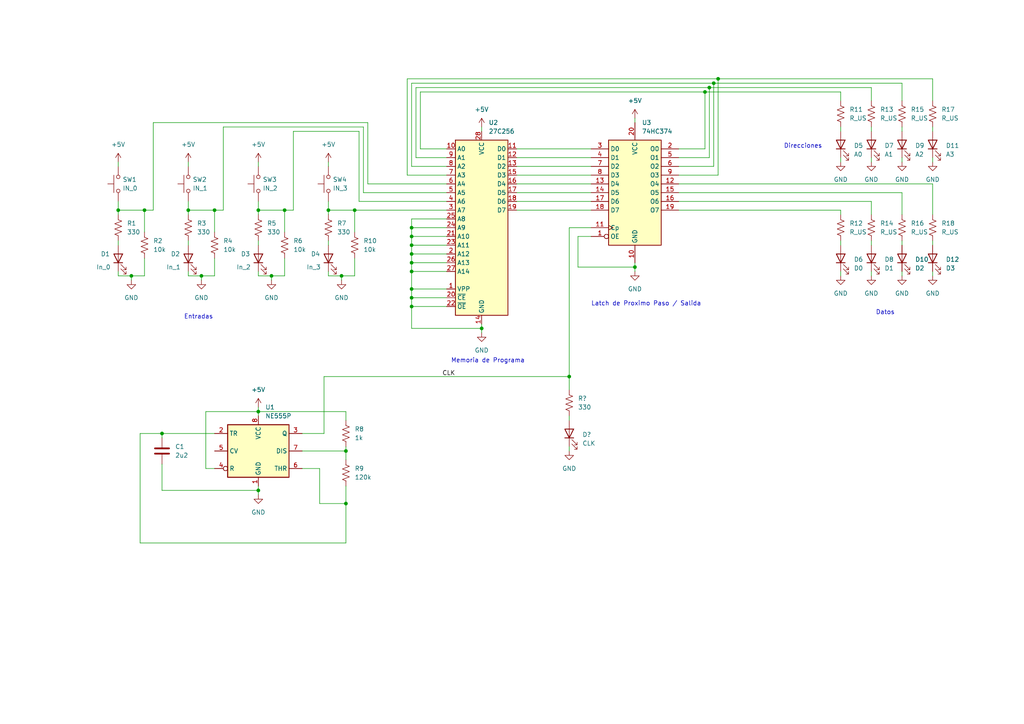
<source format=kicad_sch>
(kicad_sch (version 20211123) (generator eeschema)
  (paper "A4")
  (lib_symbols
    (symbol "74xx:74HC374"
      (property "Reference" "U" (at -7.62 16.51 0))
      (property "Value" "74HC374" (at -7.62 -16.51 0))
      (symbol "74HC374_1_0"
        (pin input inverted (at -12.7 -12.7 0) (length 5.08) (name "OE") (number "1"))
        (pin power_in line (at 0 -20.32 90) (length 5.08) (name "GND") (number "10"))
        (pin input clock (at -12.7 -10.16 0) (length 5.08) (name "Cp") (number "11"))
        (pin tri_state line (at 12.7 2.54 180) (length 5.08) (name "O4") (number "12"))
        (pin input line (at -12.7 2.54 0) (length 5.08) (name "D4") (number "13"))
        (pin input line (at -12.7 0 0) (length 5.08) (name "D5") (number "14"))
        (pin tri_state line (at 12.7 0 180) (length 5.08) (name "O5") (number "15"))
        (pin tri_state line (at 12.7 -2.54 180) (length 5.08) (name "O6") (number "16"))
        (pin input line (at -12.7 -2.54 0) (length 5.08) (name "D6") (number "17"))
        (pin input line (at -12.7 -5.08 0) (length 5.08) (name "D7") (number "18"))
        (pin tri_state line (at 12.7 -5.08 180) (length 5.08) (name "O7") (number "19"))
        (pin tri_state line (at 12.7 12.7 180) (length 5.08) (name "O0") (number "2"))
        (pin power_in line (at 0 20.32 270) (length 5.08) (name "VCC") (number "20"))
        (pin input line (at -12.7 12.7 0) (length 5.08) (name "D0") (number "3"))
        (pin input line (at -12.7 10.16 0) (length 5.08) (name "D1") (number "4"))
        (pin tri_state line (at 12.7 10.16 180) (length 5.08) (name "O1") (number "5"))
        (pin tri_state line (at 12.7 7.62 180) (length 5.08) (name "O2") (number "6"))
        (pin input line (at -12.7 7.62 0) (length 5.08) (name "D2") (number "7"))
        (pin input line (at -12.7 5.08 0) (length 5.08) (name "D3") (number "8"))
        (pin tri_state line (at 12.7 5.08 180) (length 5.08) (name "O3") (number "9"))
      )
      (symbol "74HC374_1_1"
        (rectangle (start -7.62 15.24) (end 7.62 -15.24) (stroke (width 0.254)) (fill (type background)))
      )
    )
    (symbol "Device:C" (pin_numbers hide) (pin_names (offset 0.254))
      (property "Reference" "C" (at 0.635 2.54 0))
      (property "Value" "C" (at 0.635 -2.54 0))
      (symbol "C_0_1"
        (polyline (pts (xy -2.032 -0.762) (xy 2.032 -0.762)) (stroke (width 0.508)))
        (polyline (pts (xy -2.032 0.762) (xy 2.032 0.762)) (stroke (width 0.508)))
      )
      (symbol "C_1_1"
        (pin passive line (at 0 3.81 270) (length 2.794) (name "~") (number "1"))
        (pin passive line (at 0 -3.81 90) (length 2.794) (name "~") (number "2"))
      )
    )
    (symbol "Device:LED" (pin_numbers hide) (pin_names (offset 1.016) hide)
      (property "Reference" "D" (at 0 2.54 0))
      (property "Value" "LED" (at 0 -2.54 0))
      (symbol "LED_0_1"
        (polyline (pts (xy -1.27 -1.27) (xy -1.27 1.27)) (stroke (width 0.254)))
        (polyline (pts (xy -1.27 0) (xy 1.27 0)))
        (polyline (pts (xy 1.27 -1.27) (xy 1.27 1.27) (xy -1.27 0) (xy 1.27 -1.27)) (stroke (width 0.254)))
        (polyline (pts (xy -3.048 -0.762) (xy -4.572 -2.286) (xy -3.81 -2.286) (xy -4.572 -2.286) (xy -4.572 -1.524)))
        (polyline (pts (xy -1.778 -0.762) (xy -3.302 -2.286) (xy -2.54 -2.286) (xy -3.302 -2.286) (xy -3.302 -1.524)))
      )
      (symbol "LED_1_1"
        (pin passive line (at -3.81 0 0) (length 2.54) (name "K") (number "1"))
        (pin passive line (at 3.81 0 180) (length 2.54) (name "A") (number "2"))
      )
    )
    (symbol "Device:R_US" (pin_numbers hide) (pin_names (offset 0))
      (property "Reference" "R" (at 2.54 0 90))
      (property "Value" "R_US" (at -2.54 0 90))
      (symbol "R_US_0_1"
        (polyline (pts (xy 0 -2.286) (xy 0 -2.54)))
        (polyline (pts (xy 0 2.286) (xy 0 2.54)))
        (polyline (pts (xy 0 -0.762) (xy 1.016 -1.143) (xy 0 -1.524) (xy -1.016 -1.905) (xy 0 -2.286)))
        (polyline (pts (xy 0 0.762) (xy 1.016 0.381) (xy 0 0) (xy -1.016 -0.381) (xy 0 -0.762)))
        (polyline (pts (xy 0 2.286) (xy 1.016 1.905) (xy 0 1.524) (xy -1.016 1.143) (xy 0 0.762)))
      )
      (symbol "R_US_1_1"
        (pin passive line (at 0 3.81 270) (length 1.27) (name "~") (number "1"))
        (pin passive line (at 0 -3.81 90) (length 1.27) (name "~") (number "2"))
      )
    )
    (symbol "Memory_EPROM:27C256"
      (property "Reference" "U" (at -7.62 26.67 0))
      (property "Value" "27C256" (at 2.54 -26.67 0))
      (symbol "27C256_1_1"
        (rectangle (start -7.62 25.4) (end 7.62 -25.4) (stroke (width 0.254)) (fill (type background)))
        (pin input line (at -10.16 -17.78 0) (length 2.54) (name "VPP") (number "1"))
        (pin input line (at -10.16 22.86 0) (length 2.54) (name "A0") (number "10"))
        (pin tri_state line (at 10.16 22.86 180) (length 2.54) (name "D0") (number "11"))
        (pin tri_state line (at 10.16 20.32 180) (length 2.54) (name "D1") (number "12"))
        (pin tri_state line (at 10.16 17.78 180) (length 2.54) (name "D2") (number "13"))
        (pin power_in line (at 0 -27.94 90) (length 2.54) (name "GND") (number "14"))
        (pin tri_state line (at 10.16 15.24 180) (length 2.54) (name "D3") (number "15"))
        (pin tri_state line (at 10.16 12.7 180) (length 2.54) (name "D4") (number "16"))
        (pin tri_state line (at 10.16 10.16 180) (length 2.54) (name "D5") (number "17"))
        (pin tri_state line (at 10.16 7.62 180) (length 2.54) (name "D6") (number "18"))
        (pin tri_state line (at 10.16 5.08 180) (length 2.54) (name "D7") (number "19"))
        (pin input line (at -10.16 -7.62 0) (length 2.54) (name "A12") (number "2"))
        (pin input line (at -10.16 -20.32 0) (length 2.54) (name "~{CE}") (number "20"))
        (pin input line (at -10.16 -2.54 0) (length 2.54) (name "A10") (number "21"))
        (pin input line (at -10.16 -22.86 0) (length 2.54) (name "~{OE}") (number "22"))
        (pin input line (at -10.16 -5.08 0) (length 2.54) (name "A11") (number "23"))
        (pin input line (at -10.16 0 0) (length 2.54) (name "A9") (number "24"))
        (pin input line (at -10.16 2.54 0) (length 2.54) (name "A8") (number "25"))
        (pin input line (at -10.16 -10.16 0) (length 2.54) (name "A13") (number "26"))
        (pin input line (at -10.16 -12.7 0) (length 2.54) (name "A14") (number "27"))
        (pin power_in line (at 0 27.94 270) (length 2.54) (name "VCC") (number "28"))
        (pin input line (at -10.16 5.08 0) (length 2.54) (name "A7") (number "3"))
        (pin input line (at -10.16 7.62 0) (length 2.54) (name "A6") (number "4"))
        (pin input line (at -10.16 10.16 0) (length 2.54) (name "A5") (number "5"))
        (pin input line (at -10.16 12.7 0) (length 2.54) (name "A4") (number "6"))
        (pin input line (at -10.16 15.24 0) (length 2.54) (name "A3") (number "7"))
        (pin input line (at -10.16 17.78 0) (length 2.54) (name "A2") (number "8"))
        (pin input line (at -10.16 20.32 0) (length 2.54) (name "A1") (number "9"))
      )
    )
    (symbol "Switch:SW_Push" (pin_numbers hide) (pin_names (offset 1.016) hide)
      (property "Reference" "SW" (at 1.27 2.54 0))
      (property "Value" "SW_Push" (at 0 -1.524 0))
      (symbol "SW_Push_0_1"
        (circle (center -2.032 0) (radius 0.508))
        (polyline (pts (xy 0 1.27) (xy 0 3.048)))
        (polyline (pts (xy 2.54 1.27) (xy -2.54 1.27)))
        (circle (center 2.032 0) (radius 0.508))
        (pin passive line (at -5.08 0 0) (length 2.54) (name "1") (number "1"))
        (pin passive line (at 5.08 0 180) (length 2.54) (name "2") (number "2"))
      )
    )
    (symbol "Timer:NE555P"
      (property "Reference" "U" (at -10.16 8.89 0))
      (property "Value" "NE555P" (at 2.54 8.89 0))
      (symbol "NE555P_0_0"
        (pin power_in line (at 0 -10.16 90) (length 2.54) (name "GND") (number "1"))
        (pin power_in line (at 0 10.16 270) (length 2.54) (name "VCC") (number "8"))
      )
      (symbol "NE555P_0_1"
        (rectangle (start -8.89 -7.62) (end 8.89 7.62) (stroke (width 0.254)) (fill (type background)))
        (rectangle (start -8.89 -7.62) (end 8.89 7.62) (stroke (width 0.254)) (fill (type background)))
      )
      (symbol "NE555P_1_1"
        (pin input line (at -12.7 5.08 0) (length 3.81) (name "TR") (number "2"))
        (pin output line (at 12.7 5.08 180) (length 3.81) (name "Q") (number "3"))
        (pin input inverted (at -12.7 -5.08 0) (length 3.81) (name "R") (number "4"))
        (pin input line (at -12.7 0 0) (length 3.81) (name "CV") (number "5"))
        (pin input line (at 12.7 -5.08 180) (length 3.81) (name "THR") (number "6"))
        (pin input line (at 12.7 0 180) (length 3.81) (name "DIS") (number "7"))
      )
    )
    (symbol "power:+5V" (power) (pin_names (offset 0))
      (property "Value" "+5V" (at 0 3.556 0))
      (symbol "+5V_0_1"
        (polyline (pts (xy -0.762 1.27) (xy 0 2.54)))
        (polyline (pts (xy 0 0) (xy 0 2.54)))
        (polyline (pts (xy 0 2.54) (xy 0.762 1.27)))
      )
      (symbol "+5V_1_1"
        (pin power_in line (at 0 0 90) (length 0) hide (name "+5V") (number "1"))
      )
    )
    (symbol "power:GND" (power) (pin_names (offset 0))
      (property "Value" "GND" (at 0 -3.81 0))
      (symbol "GND_0_1"
        (polyline (pts (xy 0 0) (xy 0 -1.27) (xy 1.27 -1.27) (xy 0 -2.54) (xy -1.27 -1.27) (xy 0 -1.27)))
      )
      (symbol "GND_1_1"
        (pin power_in line (at 0 0 270) (length 0) hide (name "GND") (number "1"))
      )
    )
  )
  (junction (at 204.47 26.67))
  (junction (at 34.29 60.96))
  (junction (at 74.93 142.24))
  (junction (at 38.1 80.01))
  (junction (at 119.38 66.04))
  (junction (at 46.99 125.73))
  (junction (at 119.38 76.2))
  (junction (at 62.23 60.96))
  (junction (at 119.38 78.74))
  (junction (at 54.61 60.96))
  (junction (at 119.38 68.58))
  (junction (at 205.74 25.4))
  (junction (at 41.91 60.96))
  (junction (at 58.42 80.01))
  (junction (at 78.74 80.01))
  (junction (at 119.38 83.82))
  (junction (at 184.15 77.47))
  (junction (at 100.33 130.81))
  (junction (at 74.93 119.38))
  (junction (at 119.38 86.36))
  (junction (at 207.01 24.13))
  (junction (at 82.55 60.96))
  (junction (at 119.38 73.66))
  (junction (at 119.38 71.12))
  (junction (at 102.87 60.96))
  (junction (at 165.1 109.22))
  (junction (at 74.93 60.96))
  (junction (at 99.06 80.01))
  (junction (at 139.7 95.25))
  (junction (at 119.38 88.9))
  (junction (at 100.33 146.05))
  (junction (at 208.28 22.86))
  (junction (at 95.25 60.96))
  (wire (pts (xy 205.74 25.4) (xy 252.73 25.4)))
  (wire (pts (xy 104.14 58.42) (xy 129.54 58.42)))
  (wire (pts (xy 118.11 22.86) (xy 118.11 50.8)))
  (wire (pts (xy 54.61 62.23) (xy 54.61 60.96)))
  (wire (pts (xy 104.14 38.1) (xy 85.09 38.1)))
  (wire (pts (xy 270.51 69.85) (xy 270.51 71.12)))
  (wire (pts (xy 167.64 77.47) (xy 167.64 68.58)))
  (wire (pts (xy 78.74 80.01) (xy 78.74 81.28)))
  (wire (pts (xy 34.29 58.42) (xy 34.29 60.96)))
  (wire (pts (xy 270.51 45.72) (xy 270.51 46.99)))
  (wire (pts (xy 106.68 53.34) (xy 106.68 35.56)))
  (wire (pts (xy 74.93 142.24) (xy 46.99 142.24)))
  (wire (pts (xy 74.93 46.99) (xy 74.93 48.26)))
  (wire (pts (xy 119.38 66.04) (xy 119.38 68.58)))
  (wire (pts (xy 105.41 36.83) (xy 64.77 36.83)))
  (wire (pts (xy 87.63 125.73) (xy 93.98 125.73)))
  (wire (pts (xy 120.65 25.4) (xy 120.65 45.72)))
  (wire (pts (xy 105.41 55.88) (xy 105.41 36.83)))
  (wire (pts (xy 165.1 129.54) (xy 165.1 130.81)))
  (wire (pts (xy 184.15 34.29) (xy 184.15 35.56)))
  (wire (pts (xy 149.86 55.88) (xy 171.45 55.88)))
  (wire (pts (xy 208.28 22.86) (xy 118.11 22.86)))
  (wire (pts (xy 95.25 62.23) (xy 95.25 60.96)))
  (wire (pts (xy 165.1 120.65) (xy 165.1 121.92)))
  (wire (pts (xy 62.23 60.96) (xy 64.77 60.96)))
  (wire (pts (xy 85.09 38.1) (xy 85.09 60.96)))
  (wire (pts (xy 149.86 50.8) (xy 171.45 50.8)))
  (wire (pts (xy 149.86 48.26) (xy 171.45 48.26)))
  (wire (pts (xy 100.33 146.05) (xy 100.33 140.97)))
  (wire (pts (xy 196.85 58.42) (xy 252.73 58.42)))
  (wire (pts (xy 261.62 69.85) (xy 261.62 71.12)))
  (wire (pts (xy 261.62 55.88) (xy 261.62 62.23)))
  (wire (pts (xy 54.61 58.42) (xy 54.61 60.96)))
  (wire (pts (xy 95.25 58.42) (xy 95.25 60.96)))
  (wire (pts (xy 149.86 58.42) (xy 171.45 58.42)))
  (wire (pts (xy 196.85 45.72) (xy 205.74 45.72)))
  (wire (pts (xy 261.62 24.13) (xy 261.62 29.21)))
  (wire (pts (xy 74.93 69.85) (xy 74.93 71.12)))
  (wire (pts (xy 165.1 109.22) (xy 93.98 109.22)))
  (wire (pts (xy 204.47 43.18) (xy 196.85 43.18)))
  (wire (pts (xy 243.84 60.96) (xy 243.84 62.23)))
  (wire (pts (xy 62.23 125.73) (xy 46.99 125.73)))
  (wire (pts (xy 118.11 50.8) (xy 129.54 50.8)))
  (wire (pts (xy 74.93 142.24) (xy 74.93 143.51)))
  (wire (pts (xy 58.42 80.01) (xy 62.23 80.01)))
  (wire (pts (xy 196.85 55.88) (xy 261.62 55.88)))
  (wire (pts (xy 54.61 69.85) (xy 54.61 71.12)))
  (wire (pts (xy 184.15 76.2) (xy 184.15 77.47)))
  (wire (pts (xy 54.61 60.96) (xy 62.23 60.96)))
  (wire (pts (xy 119.38 68.58) (xy 119.38 71.12)))
  (wire (pts (xy 40.64 125.73) (xy 40.64 157.48)))
  (wire (pts (xy 119.38 86.36) (xy 119.38 88.9)))
  (wire (pts (xy 87.63 135.89) (xy 92.71 135.89)))
  (wire (pts (xy 92.71 146.05) (xy 100.33 146.05)))
  (wire (pts (xy 102.87 60.96) (xy 129.54 60.96)))
  (wire (pts (xy 58.42 80.01) (xy 58.42 81.28)))
  (wire (pts (xy 99.06 80.01) (xy 99.06 81.28)))
  (wire (pts (xy 38.1 80.01) (xy 38.1 81.28)))
  (wire (pts (xy 93.98 109.22) (xy 93.98 125.73)))
  (wire (pts (xy 252.73 78.74) (xy 252.73 80.01)))
  (wire (pts (xy 74.93 78.74) (xy 74.93 80.01)))
  (wire (pts (xy 208.28 50.8) (xy 208.28 22.86)))
  (wire (pts (xy 252.73 58.42) (xy 252.73 62.23)))
  (wire (pts (xy 139.7 36.83) (xy 139.7 38.1)))
  (wire (pts (xy 119.38 76.2) (xy 129.54 76.2)))
  (wire (pts (xy 252.73 69.85) (xy 252.73 71.12)))
  (wire (pts (xy 207.01 48.26) (xy 196.85 48.26)))
  (wire (pts (xy 243.84 69.85) (xy 243.84 71.12)))
  (wire (pts (xy 40.64 157.48) (xy 100.33 157.48)))
  (wire (pts (xy 149.86 53.34) (xy 171.45 53.34)))
  (wire (pts (xy 119.38 66.04) (xy 129.54 66.04)))
  (wire (pts (xy 119.38 68.58) (xy 129.54 68.58)))
  (wire (pts (xy 95.25 80.01) (xy 99.06 80.01)))
  (wire (pts (xy 149.86 43.18) (xy 171.45 43.18)))
  (wire (pts (xy 54.61 46.99) (xy 54.61 48.26)))
  (wire (pts (xy 119.38 78.74) (xy 129.54 78.74)))
  (wire (pts (xy 34.29 62.23) (xy 34.29 60.96)))
  (wire (pts (xy 119.38 24.13) (xy 207.01 24.13)))
  (wire (pts (xy 74.93 62.23) (xy 74.93 60.96)))
  (wire (pts (xy 139.7 93.98) (xy 139.7 95.25)))
  (wire (pts (xy 204.47 26.67) (xy 204.47 43.18)))
  (wire (pts (xy 38.1 80.01) (xy 41.91 80.01)))
  (wire (pts (xy 95.25 60.96) (xy 102.87 60.96)))
  (wire (pts (xy 105.41 55.88) (xy 129.54 55.88)))
  (wire (pts (xy 119.38 73.66) (xy 129.54 73.66)))
  (wire (pts (xy 129.54 83.82) (xy 119.38 83.82)))
  (wire (pts (xy 44.45 35.56) (xy 44.45 60.96)))
  (wire (pts (xy 165.1 109.22) (xy 165.1 113.03)))
  (wire (pts (xy 34.29 46.99) (xy 34.29 48.26)))
  (wire (pts (xy 207.01 24.13) (xy 207.01 48.26)))
  (wire (pts (xy 74.93 60.96) (xy 82.55 60.96)))
  (wire (pts (xy 270.51 53.34) (xy 270.51 62.23)))
  (wire (pts (xy 119.38 48.26) (xy 119.38 24.13)))
  (wire (pts (xy 121.92 43.18) (xy 121.92 26.67)))
  (wire (pts (xy 82.55 60.96) (xy 85.09 60.96)))
  (wire (pts (xy 34.29 69.85) (xy 34.29 71.12)))
  (wire (pts (xy 41.91 60.96) (xy 41.91 67.31)))
  (wire (pts (xy 87.63 130.81) (xy 100.33 130.81)))
  (wire (pts (xy 165.1 66.04) (xy 165.1 109.22)))
  (wire (pts (xy 129.54 63.5) (xy 119.38 63.5)))
  (wire (pts (xy 46.99 125.73) (xy 40.64 125.73)))
  (wire (pts (xy 99.06 80.01) (xy 102.87 80.01)))
  (wire (pts (xy 252.73 45.72) (xy 252.73 46.99)))
  (wire (pts (xy 129.54 48.26) (xy 119.38 48.26)))
  (wire (pts (xy 102.87 60.96) (xy 102.87 67.31)))
  (wire (pts (xy 46.99 125.73) (xy 46.99 127)))
  (wire (pts (xy 119.38 83.82) (xy 119.38 86.36)))
  (wire (pts (xy 100.33 157.48) (xy 100.33 146.05)))
  (wire (pts (xy 59.69 135.89) (xy 62.23 135.89)))
  (wire (pts (xy 46.99 142.24) (xy 46.99 134.62)))
  (wire (pts (xy 95.25 78.74) (xy 95.25 80.01)))
  (wire (pts (xy 95.25 69.85) (xy 95.25 71.12)))
  (wire (pts (xy 270.51 78.74) (xy 270.51 80.01)))
  (wire (pts (xy 243.84 78.74) (xy 243.84 80.01)))
  (wire (pts (xy 121.92 26.67) (xy 204.47 26.67)))
  (wire (pts (xy 119.38 63.5) (xy 119.38 66.04)))
  (wire (pts (xy 95.25 46.99) (xy 95.25 48.26)))
  (wire (pts (xy 54.61 78.74) (xy 54.61 80.01)))
  (wire (pts (xy 74.93 119.38) (xy 100.33 119.38)))
  (wire (pts (xy 167.64 68.58) (xy 171.45 68.58)))
  (wire (pts (xy 74.93 119.38) (xy 59.69 119.38)))
  (wire (pts (xy 104.14 58.42) (xy 104.14 38.1)))
  (wire (pts (xy 54.61 80.01) (xy 58.42 80.01)))
  (wire (pts (xy 196.85 53.34) (xy 270.51 53.34)))
  (wire (pts (xy 78.74 80.01) (xy 82.55 80.01)))
  (wire (pts (xy 243.84 36.83) (xy 243.84 38.1)))
  (wire (pts (xy 119.38 78.74) (xy 119.38 83.82)))
  (wire (pts (xy 252.73 36.83) (xy 252.73 38.1)))
  (wire (pts (xy 119.38 76.2) (xy 119.38 78.74)))
  (wire (pts (xy 171.45 66.04) (xy 165.1 66.04)))
  (wire (pts (xy 149.86 60.96) (xy 171.45 60.96)))
  (wire (pts (xy 74.93 80.01) (xy 78.74 80.01)))
  (wire (pts (xy 74.93 118.11) (xy 74.93 119.38)))
  (wire (pts (xy 208.28 22.86) (xy 270.51 22.86)))
  (wire (pts (xy 102.87 80.01) (xy 102.87 74.93)))
  (wire (pts (xy 196.85 60.96) (xy 243.84 60.96)))
  (wire (pts (xy 74.93 119.38) (xy 74.93 120.65)))
  (wire (pts (xy 34.29 80.01) (xy 38.1 80.01)))
  (wire (pts (xy 149.86 45.72) (xy 171.45 45.72)))
  (wire (pts (xy 59.69 119.38) (xy 59.69 135.89)))
  (wire (pts (xy 34.29 60.96) (xy 41.91 60.96)))
  (wire (pts (xy 62.23 80.01) (xy 62.23 74.93)))
  (wire (pts (xy 106.68 53.34) (xy 129.54 53.34)))
  (wire (pts (xy 139.7 95.25) (xy 139.7 96.52)))
  (wire (pts (xy 74.93 140.97) (xy 74.93 142.24)))
  (wire (pts (xy 120.65 45.72) (xy 129.54 45.72)))
  (wire (pts (xy 106.68 35.56) (xy 44.45 35.56)))
  (wire (pts (xy 139.7 95.25) (xy 119.38 95.25)))
  (wire (pts (xy 243.84 45.72) (xy 243.84 46.99)))
  (wire (pts (xy 119.38 71.12) (xy 129.54 71.12)))
  (wire (pts (xy 119.38 86.36) (xy 129.54 86.36)))
  (wire (pts (xy 82.55 60.96) (xy 82.55 67.31)))
  (wire (pts (xy 100.33 119.38) (xy 100.33 121.92)))
  (wire (pts (xy 261.62 78.74) (xy 261.62 80.01)))
  (wire (pts (xy 100.33 129.54) (xy 100.33 130.81)))
  (wire (pts (xy 205.74 45.72) (xy 205.74 25.4)))
  (wire (pts (xy 184.15 77.47) (xy 167.64 77.47)))
  (wire (pts (xy 82.55 80.01) (xy 82.55 74.93)))
  (wire (pts (xy 204.47 26.67) (xy 243.84 26.67)))
  (wire (pts (xy 92.71 135.89) (xy 92.71 146.05)))
  (wire (pts (xy 261.62 45.72) (xy 261.62 46.99)))
  (wire (pts (xy 119.38 88.9) (xy 129.54 88.9)))
  (wire (pts (xy 119.38 71.12) (xy 119.38 73.66)))
  (wire (pts (xy 205.74 25.4) (xy 120.65 25.4)))
  (wire (pts (xy 184.15 77.47) (xy 184.15 78.74)))
  (wire (pts (xy 196.85 50.8) (xy 208.28 50.8)))
  (wire (pts (xy 261.62 36.83) (xy 261.62 38.1)))
  (wire (pts (xy 100.33 130.81) (xy 100.33 133.35)))
  (wire (pts (xy 64.77 36.83) (xy 64.77 60.96)))
  (wire (pts (xy 129.54 43.18) (xy 121.92 43.18)))
  (wire (pts (xy 41.91 60.96) (xy 44.45 60.96)))
  (wire (pts (xy 207.01 24.13) (xy 261.62 24.13)))
  (wire (pts (xy 243.84 26.67) (xy 243.84 29.21)))
  (wire (pts (xy 270.51 22.86) (xy 270.51 29.21)))
  (wire (pts (xy 34.29 78.74) (xy 34.29 80.01)))
  (wire (pts (xy 252.73 25.4) (xy 252.73 29.21)))
  (wire (pts (xy 270.51 36.83) (xy 270.51 38.1)))
  (wire (pts (xy 119.38 95.25) (xy 119.38 88.9)))
  (wire (pts (xy 62.23 60.96) (xy 62.23 67.31)))
  (wire (pts (xy 41.91 80.01) (xy 41.91 74.93)))
  (wire (pts (xy 119.38 73.66) (xy 119.38 76.2)))
  (wire (pts (xy 74.93 58.42) (xy 74.93 60.96)))
  (text "Datos" (at 254 91.44 0) (effects (font (size 1.27 1.27)) (justify left bottom)))
  (text "Memoria de Programa" (at 130.81 105.41 0) (effects (font (size 1.27 1.27)) (justify left bottom)))
  (text "Latch de Proximo Paso / Salida" (at 171.45 88.9 0) (effects (font (size 1.27 1.27)) (justify left bottom)))
  (text "Direcciones" (at 227.33 43.18 0) (effects (font (size 1.27 1.27)) (justify left bottom)))
  (text "Entradas" (at 53.34 92.71 0) (effects (font (size 1.27 1.27)) (justify left bottom)))
  (label "CLK" (at 128.27 109.22 0))
  (symbol (lib_id "power:GND") (at 261.62 80.01 0) (unit 1)
    (property "Reference" "#PWR020" (effects hide))
    (property "Value" "GND" (at 261.62 85.09 0))
  )
  (symbol (lib_id "Device:R_US") (at 54.61 66.04 0) (unit 1)
    (property "Reference" "R3" (at 57.15 64.7699 0) (effects (justify left)))
    (property "Value" "330" (at 57.15 67.3099 0) (effects (justify left)))
  )
  (symbol (lib_id "power:+5V") (at 74.93 46.99 0) (unit 1)
    (property "Reference" "#PWR05" (effects hide))
    (property "Value" "+5V" (at 74.93 41.91 0))
  )
  (symbol (lib_id "power:+5V") (at 139.7 36.83 0) (unit 1)
    (property "Reference" "#PWR011" (effects hide))
    (property "Value" "+5V" (at 139.7 31.75 0))
  )
  (symbol (lib_id "Device:R_US") (at 165.1 116.84 180) (unit 1)
    (property "Reference" "R?" (at 167.64 115.5699 0) (effects (justify right)))
    (property "Value" "330" (at 167.64 118.1099 0) (effects (justify right)))
  )
  (symbol (lib_id "Device:LED") (at 34.29 74.93 90) (unit 1)
    (property "Reference" "D1" (at 29.21 73.66 90) (effects (justify right)))
    (property "Value" "In_0" (at 27.94 77.47 90) (effects (justify right)))
  )
  (symbol (lib_id "power:GND") (at 165.1 130.81 0) (unit 1)
    (property "Reference" "#PWR?" (effects hide))
    (property "Value" "GND" (at 165.1 135.89 0))
  )
  (symbol (lib_id "74xx:74HC374") (at 184.15 55.88 0) (unit 1)
    (property "Reference" "U3" (at 186.1694 35.56 0) (effects (justify left)))
    (property "Value" "74HC374" (at 186.1694 38.1 0) (effects (justify left)))
    (property "Datasheet" "https://www.ti.com/lit/ds/symlink/cd74hct374.pdf" (effects hide))
  )
  (symbol (lib_id "power:GND") (at 270.51 46.99 0) (unit 1)
    (property "Reference" "#PWR021" (effects hide))
    (property "Value" "GND" (at 270.51 52.07 0))
  )
  (symbol (lib_id "power:+5V") (at 74.93 118.11 0) (unit 1)
    (property "Reference" "#PWR06" (effects hide))
    (property "Value" "+5V" (at 74.93 113.03 0))
  )
  (symbol (lib_id "power:GND") (at 243.84 46.99 0) (unit 1)
    (property "Reference" "#PWR015" (effects hide))
    (property "Value" "GND" (at 243.84 52.07 0))
  )
  (symbol (lib_id "Device:LED") (at 54.61 74.93 90) (unit 1)
    (property "Reference" "D2" (at 49.53 73.66 90) (effects (justify right)))
    (property "Value" "In_1" (at 48.26 77.47 90) (effects (justify right)))
  )
  (symbol (lib_id "Device:LED") (at 243.84 74.93 90) (unit 1)
    (property "Reference" "D6" (at 247.65 75.2474 90) (effects (justify right)))
    (property "Value" "D0" (at 247.65 77.7874 90) (effects (justify right)))
  )
  (symbol (lib_id "Device:LED") (at 95.25 74.93 90) (unit 1)
    (property "Reference" "D4" (at 90.17 73.66 90) (effects (justify right)))
    (property "Value" "In_3" (at 88.9 77.47 90) (effects (justify right)))
  )
  (symbol (lib_id "power:GND") (at 99.06 81.28 0) (unit 1)
    (property "Reference" "#PWR010" (effects hide))
    (property "Value" "GND" (at 99.06 86.36 0))
  )
  (symbol (lib_id "power:+5V") (at 34.29 46.99 0) (unit 1)
    (property "Reference" "#PWR01" (effects hide))
    (property "Value" "+5V" (at 34.29 41.91 0))
  )
  (symbol (lib_id "power:+5V") (at 184.15 34.29 0) (unit 1)
    (property "Reference" "#PWR013" (effects hide))
    (property "Value" "+5V" (at 184.15 29.21 0))
  )
  (symbol (lib_id "Switch:SW_Push") (at 34.29 53.34 90) (unit 1)
    (property "Reference" "SW1" (at 35.56 52.0699 90) (effects (justify right)))
    (property "Value" "IN_0" (at 35.56 54.6099 90) (effects (justify right)))
  )
  (symbol (lib_id "Device:LED") (at 74.93 74.93 90) (unit 1)
    (property "Reference" "D3" (at 69.85 73.66 90) (effects (justify right)))
    (property "Value" "In_2" (at 68.58 77.47 90) (effects (justify right)))
  )
  (symbol (lib_id "power:GND") (at 58.42 81.28 0) (unit 1)
    (property "Reference" "#PWR04" (effects hide))
    (property "Value" "GND" (at 58.42 86.36 0))
  )
  (symbol (lib_id "power:+5V") (at 54.61 46.99 0) (unit 1)
    (property "Reference" "#PWR03" (effects hide))
    (property "Value" "+5V" (at 54.61 41.91 0))
  )
  (symbol (lib_id "Device:R_US") (at 261.62 33.02 180) (unit 1)
    (property "Reference" "R15" (at 264.16 31.7499 0) (effects (justify right)))
    (property "Value" "R_US" (at 264.16 34.2899 0) (effects (justify right)))
  )
  (symbol (lib_id "Memory_EPROM:27C256") (at 139.7 66.04 0) (unit 1)
    (property "Reference" "U2" (at 141.7194 35.56 0) (effects (justify left)))
    (property "Value" "27C256" (at 141.7194 38.1 0) (effects (justify left)))
    (property "Footprint" "Package_DIP:DIP-28_W15.24mm" (effects hide))
    (property "Datasheet" "http://ww1.microchip.com/downloads/en/DeviceDoc/doc0014.pdf" (effects hide))
  )
  (symbol (lib_id "Device:LED") (at 270.51 74.93 90) (unit 1)
    (property "Reference" "D12" (at 274.32 75.2474 90) (effects (justify right)))
    (property "Value" "D3" (at 274.32 77.7874 90) (effects (justify right)))
  )
  (symbol (lib_id "Device:LED") (at 261.62 74.93 90) (unit 1)
    (property "Reference" "D10" (at 265.43 75.2474 90) (effects (justify right)))
    (property "Value" "D2" (at 265.43 77.7874 90) (effects (justify right)))
  )
  (symbol (lib_id "Device:R_US") (at 74.93 66.04 0) (unit 1)
    (property "Reference" "R5" (at 77.47 64.7699 0) (effects (justify left)))
    (property "Value" "330" (at 77.47 67.3099 0) (effects (justify left)))
  )
  (symbol (lib_id "Device:LED") (at 165.1 125.73 90) (unit 1)
    (property "Reference" "D?" (at 168.91 126.0474 90) (effects (justify right)))
    (property "Value" "CLK" (at 168.91 128.5874 90) (effects (justify right)))
  )
  (symbol (lib_id "power:GND") (at 38.1 81.28 0) (unit 1)
    (property "Reference" "#PWR02" (effects hide))
    (property "Value" "GND" (at 38.1 86.36 0))
  )
  (symbol (lib_id "power:+5V") (at 95.25 46.99 0) (unit 1)
    (property "Reference" "#PWR09" (effects hide))
    (property "Value" "+5V" (at 95.25 41.91 0))
  )
  (symbol (lib_id "power:GND") (at 78.74 81.28 0) (unit 1)
    (property "Reference" "#PWR08" (effects hide))
    (property "Value" "GND" (at 78.74 86.36 0))
  )
  (symbol (lib_id "Device:C") (at 46.99 130.81 0) (unit 1)
    (property "Reference" "C1" (at 50.8 129.5399 0) (effects (justify left)))
    (property "Value" "2u2" (at 50.8 132.0799 0) (effects (justify left)))
  )
  (symbol (lib_id "Device:R_US") (at 270.51 66.04 180) (unit 1)
    (property "Reference" "R18" (at 273.05 64.7699 0) (effects (justify right)))
    (property "Value" "R_US" (at 273.05 67.3099 0) (effects (justify right)))
  )
  (symbol (lib_id "Device:R_US") (at 252.73 33.02 180) (unit 1)
    (property "Reference" "R13" (at 255.27 31.7499 0) (effects (justify right)))
    (property "Value" "R_US" (at 255.27 34.2899 0) (effects (justify right)))
  )
  (symbol (lib_id "Device:R_US") (at 100.33 125.73 0) (unit 1)
    (property "Reference" "R8" (at 102.87 124.4599 0) (effects (justify left)))
    (property "Value" "1k" (at 102.87 126.9999 0) (effects (justify left)))
  )
  (symbol (lib_id "Device:LED") (at 252.73 74.93 90) (unit 1)
    (property "Reference" "D8" (at 256.54 75.2474 90) (effects (justify right)))
    (property "Value" "D1" (at 256.54 77.7874 90) (effects (justify right)))
  )
  (symbol (lib_id "Switch:SW_Push") (at 54.61 53.34 90) (unit 1)
    (property "Reference" "SW2" (at 55.88 52.0699 90) (effects (justify right)))
    (property "Value" "IN_1" (at 55.88 54.6099 90) (effects (justify right)))
  )
  (symbol (lib_id "power:GND") (at 252.73 46.99 0) (unit 1)
    (property "Reference" "#PWR017" (effects hide))
    (property "Value" "GND" (at 252.73 52.07 0))
  )
  (symbol (lib_id "power:GND") (at 270.51 80.01 0) (unit 1)
    (property "Reference" "#PWR022" (effects hide))
    (property "Value" "GND" (at 270.51 85.09 0))
  )
  (symbol (lib_id "Device:R_US") (at 243.84 33.02 180) (unit 1)
    (property "Reference" "R11" (at 246.38 31.7499 0) (effects (justify right)))
    (property "Value" "R_US" (at 246.38 34.2899 0) (effects (justify right)))
  )
  (symbol (lib_id "Switch:SW_Push") (at 95.25 53.34 90) (unit 1)
    (property "Reference" "SW4" (at 96.52 52.0699 90) (effects (justify right)))
    (property "Value" "IN_3" (at 96.52 54.6099 90) (effects (justify right)))
  )
  (symbol (lib_id "power:GND") (at 74.93 143.51 0) (unit 1)
    (property "Reference" "#PWR07" (effects hide))
    (property "Value" "GND" (at 74.93 148.59 0))
  )
  (symbol (lib_id "Device:LED") (at 270.51 41.91 90) (unit 1)
    (property "Reference" "D11" (at 274.32 42.2274 90) (effects (justify right)))
    (property "Value" "A3" (at 274.32 44.7674 90) (effects (justify right)))
  )
  (symbol (lib_id "Timer:NE555P") (at 74.93 130.81 0) (unit 1)
    (property "Reference" "U1" (at 76.9494 118.11 0) (effects (justify left)))
    (property "Value" "NE555P" (at 76.9494 120.65 0) (effects (justify left)))
    (property "Footprint" "Package_DIP:DIP-8_W7.62mm" (effects hide))
    (property "Datasheet" "http://www.ti.com/lit/ds/symlink/ne555.pdf" (effects hide))
  )
  (symbol (lib_id "Device:R_US") (at 41.91 71.12 0) (unit 1)
    (property "Reference" "R2" (at 44.45 69.8499 0) (effects (justify left)))
    (property "Value" "10k" (at 44.45 72.3899 0) (effects (justify left)))
  )
  (symbol (lib_id "power:GND") (at 184.15 78.74 0) (unit 1)
    (property "Reference" "#PWR014" (effects hide))
    (property "Value" "GND" (at 184.15 83.82 0))
  )
  (symbol (lib_id "Device:LED") (at 261.62 41.91 90) (unit 1)
    (property "Reference" "D9" (at 265.43 42.2274 90) (effects (justify right)))
    (property "Value" "A2" (at 265.43 44.7674 90) (effects (justify right)))
  )
  (symbol (lib_id "power:GND") (at 243.84 80.01 0) (unit 1)
    (property "Reference" "#PWR016" (effects hide))
    (property "Value" "GND" (at 243.84 85.09 0))
  )
  (symbol (lib_id "power:GND") (at 261.62 46.99 0) (unit 1)
    (property "Reference" "#PWR019" (effects hide))
    (property "Value" "GND" (at 261.62 52.07 0))
  )
  (symbol (lib_id "power:GND") (at 252.73 80.01 0) (unit 1)
    (property "Reference" "#PWR018" (effects hide))
    (property "Value" "GND" (at 252.73 85.09 0))
  )
  (symbol (lib_id "Device:R_US") (at 102.87 71.12 0) (unit 1)
    (property "Reference" "R10" (at 105.41 69.8499 0) (effects (justify left)))
    (property "Value" "10k" (at 105.41 72.3899 0) (effects (justify left)))
  )
  (symbol (lib_id "Device:R_US") (at 100.33 137.16 0) (unit 1)
    (property "Reference" "R9" (at 102.87 135.8899 0) (effects (justify left)))
    (property "Value" "120k" (at 102.87 138.4299 0) (effects (justify left)))
  )
  (symbol (lib_id "Device:R_US") (at 243.84 66.04 180) (unit 1)
    (property "Reference" "R12" (at 246.38 64.7699 0) (effects (justify right)))
    (property "Value" "R_US" (at 246.38 67.3099 0) (effects (justify right)))
  )
  (symbol (lib_id "Device:R_US") (at 261.62 66.04 180) (unit 1)
    (property "Reference" "R16" (at 264.16 64.7699 0) (effects (justify right)))
    (property "Value" "R_US" (at 264.16 67.3099 0) (effects (justify right)))
  )
  (symbol (lib_id "Device:R_US") (at 34.29 66.04 0) (unit 1)
    (property "Reference" "R1" (at 36.83 64.7699 0) (effects (justify left)))
    (property "Value" "330" (at 36.83 67.3099 0) (effects (justify left)))
  )
  (symbol (lib_id "Device:R_US") (at 95.25 66.04 0) (unit 1)
    (property "Reference" "R7" (at 97.79 64.7699 0) (effects (justify left)))
    (property "Value" "330" (at 97.79 67.3099 0) (effects (justify left)))
  )
  (symbol (lib_id "Device:LED") (at 243.84 41.91 90) (unit 1)
    (property "Reference" "D5" (at 247.65 42.2274 90) (effects (justify right)))
    (property "Value" "A0" (at 247.65 44.7674 90) (effects (justify right)))
  )
  (symbol (lib_id "power:GND") (at 139.7 96.52 0) (unit 1)
    (property "Reference" "#PWR012" (effects hide))
    (property "Value" "GND" (at 139.7 101.6 0))
  )
  (symbol (lib_id "Device:LED") (at 252.73 41.91 90) (unit 1)
    (property "Reference" "D7" (at 256.54 42.2274 90) (effects (justify right)))
    (property "Value" "A1" (at 256.54 44.7674 90) (effects (justify right)))
  )
  (symbol (lib_id "Switch:SW_Push") (at 74.93 53.34 90) (unit 1)
    (property "Reference" "SW3" (at 76.2 52.0699 90) (effects (justify right)))
    (property "Value" "IN_2" (at 76.2 54.6099 90) (effects (justify right)))
  )
  (symbol (lib_id "Device:R_US") (at 82.55 71.12 0) (unit 1)
    (property "Reference" "R6" (at 85.09 69.8499 0) (effects (justify left)))
    (property "Value" "10k" (at 85.09 72.3899 0) (effects (justify left)))
  )
  (symbol (lib_id "Device:R_US") (at 62.23 71.12 0) (unit 1)
    (property "Reference" "R4" (at 64.77 69.8499 0) (effects (justify left)))
    (property "Value" "10k" (at 64.77 72.3899 0) (effects (justify left)))
  )
  (symbol (lib_id "Device:R_US") (at 252.73 66.04 180) (unit 1)
    (property "Reference" "R14" (at 255.27 64.7699 0) (effects (justify right)))
    (property "Value" "R_US" (at 255.27 67.3099 0) (effects (justify right)))
  )
  (symbol (lib_id "Device:R_US") (at 270.51 33.02 180) (unit 1)
    (property "Reference" "R17" (at 273.05 31.7499 0) (effects (justify right)))
    (property "Value" "R_US" (at 273.05 34.2899 0) (effects (justify right)))
  )
)
</source>
